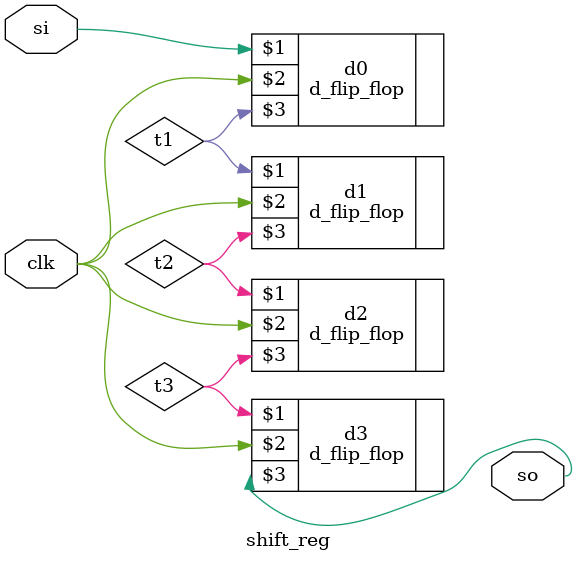
<source format=v>
`timescale 1ns / 1ps

//module d_flip_flop(input d,input clk,output reg q);
////    assign q0=~q;
//    always@(posedge clk)begin
//    case(d)
//        1'b0:q=1'b0;
//        1'b1:q=1'b1;
//    endcase 
//    end
//endmodule

module shift_reg(input si,input clk,output so);
    wire t1,t2,t3,t4;
    d_flip_flop d0(si,clk,t1);
    d_flip_flop d1(t1,clk,t2);
    d_flip_flop d2(t2,clk,t3);
    d_flip_flop d3(t3,clk,so);
    
endmodule

</source>
